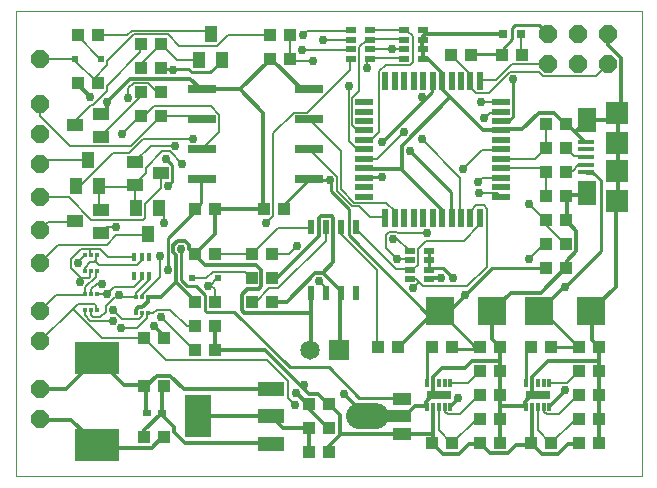
<source format=gtl>
G75*
%MOIN*%
%OFA0B0*%
%FSLAX25Y25*%
%IPPOS*%
%LPD*%
%AMOC8*
5,1,8,0,0,1.08239X$1,22.5*
%
%ADD10C,0.00000*%
%ADD11R,0.04331X0.03937*%
%ADD12C,0.06500*%
%ADD13R,0.06500X0.06500*%
%ADD14R,0.09449X0.09449*%
%ADD15R,0.14961X0.11024*%
%ADD16R,0.02756X0.01969*%
%ADD17R,0.02362X0.02362*%
%ADD18R,0.01575X0.03150*%
%ADD19R,0.05906X0.01969*%
%ADD20R,0.01969X0.05906*%
%ADD21OC8,0.06000*%
%ADD22R,0.03937X0.05512*%
%ADD23R,0.05512X0.03937*%
%ADD24R,0.01181X0.01772*%
%ADD25R,0.08799X0.04799*%
%ADD26R,0.08661X0.14173*%
%ADD27R,0.03937X0.04331*%
%ADD28R,0.03543X0.01969*%
%ADD29R,0.09252X0.02559*%
%ADD30R,0.01181X0.02756*%
%ADD31R,0.08189X0.03150*%
%ADD32R,0.02362X0.04724*%
%ADD33R,0.05906X0.03937*%
%ADD34R,0.07874X0.03937*%
%ADD35C,0.08661*%
%ADD36R,0.03150X0.03150*%
%ADD37R,0.07480X0.07480*%
%ADD38R,0.06299X0.08268*%
%ADD39R,0.05315X0.01575*%
%ADD40C,0.00600*%
%ADD41C,0.02978*%
%ADD42C,0.01200*%
%ADD43C,0.01000*%
D10*
X0001000Y0001000D02*
X0001000Y0155961D01*
X0209701Y0155961D01*
X0209701Y0001000D01*
X0001000Y0001000D01*
D11*
X0060654Y0059000D03*
X0067346Y0059000D03*
X0067346Y0075000D03*
X0060654Y0075000D03*
X0060654Y0090000D03*
X0067346Y0090000D03*
X0083654Y0090000D03*
X0090346Y0090000D03*
X0139654Y0044000D03*
X0146346Y0044000D03*
X0155654Y0044000D03*
X0162346Y0044000D03*
X0162346Y0036000D03*
X0155654Y0036000D03*
X0155654Y0028000D03*
X0162346Y0028000D03*
X0162346Y0012000D03*
X0155654Y0012000D03*
X0188654Y0012000D03*
X0195346Y0012000D03*
X0195346Y0028000D03*
X0188654Y0028000D03*
X0188654Y0036000D03*
X0195346Y0036000D03*
X0195346Y0044000D03*
X0188654Y0044000D03*
X0179346Y0044000D03*
X0172654Y0044000D03*
X0177654Y0070500D03*
X0184346Y0070500D03*
X0105346Y0025000D03*
X0098654Y0025000D03*
X0098654Y0017000D03*
X0105346Y0017000D03*
X0105346Y0009000D03*
X0098654Y0009000D03*
D12*
X0099079Y0043000D03*
D13*
X0108921Y0043000D03*
D14*
X0142339Y0056000D03*
X0159661Y0056000D03*
X0175339Y0056000D03*
X0192661Y0056000D03*
D15*
X0028000Y0040567D03*
X0028000Y0011433D03*
D16*
X0044638Y0022000D03*
X0049756Y0022000D03*
D17*
X0059669Y0067000D03*
X0068331Y0067000D03*
X0029331Y0140000D03*
X0020669Y0140000D03*
D18*
X0040441Y0074150D03*
X0043000Y0074150D03*
X0045559Y0074150D03*
X0045559Y0067850D03*
X0043000Y0067850D03*
X0040441Y0067850D03*
D19*
X0117165Y0094252D03*
X0117165Y0097402D03*
X0117165Y0100551D03*
X0117165Y0103701D03*
X0117165Y0106850D03*
X0117165Y0110000D03*
X0117165Y0113150D03*
X0117165Y0116299D03*
X0117165Y0119449D03*
X0117165Y0122598D03*
X0117165Y0125748D03*
X0162835Y0125748D03*
X0162835Y0122598D03*
X0162835Y0119449D03*
X0162835Y0116299D03*
X0162835Y0113150D03*
X0162835Y0110000D03*
X0162835Y0106850D03*
X0162835Y0103701D03*
X0162835Y0100551D03*
X0162835Y0097402D03*
X0162835Y0094252D03*
D20*
X0155748Y0087165D03*
X0152598Y0087165D03*
X0149449Y0087165D03*
X0146299Y0087165D03*
X0143150Y0087165D03*
X0140000Y0087165D03*
X0136850Y0087165D03*
X0133701Y0087165D03*
X0130551Y0087165D03*
X0127402Y0087165D03*
X0124252Y0087165D03*
X0124252Y0132835D03*
X0127402Y0132835D03*
X0130551Y0132835D03*
X0133701Y0132835D03*
X0136850Y0132835D03*
X0140000Y0132835D03*
X0143150Y0132835D03*
X0146299Y0132835D03*
X0149449Y0132835D03*
X0152598Y0132835D03*
X0155748Y0132835D03*
D21*
X0178500Y0138500D03*
X0188500Y0138500D03*
X0198500Y0138500D03*
X0198500Y0148500D03*
X0188500Y0148500D03*
X0178500Y0148500D03*
X0009000Y0140000D03*
X0009000Y0125000D03*
X0009000Y0115000D03*
X0009000Y0105000D03*
X0009000Y0094000D03*
X0009000Y0083000D03*
X0009000Y0072000D03*
X0009000Y0056000D03*
X0009000Y0046000D03*
X0009000Y0030000D03*
X0009000Y0020000D03*
D22*
X0045000Y0081669D03*
X0041260Y0090331D03*
X0048740Y0090331D03*
X0028740Y0097669D03*
X0021260Y0097669D03*
X0025000Y0106331D03*
X0062260Y0139669D03*
X0069740Y0139669D03*
X0066000Y0148331D03*
D23*
X0029331Y0121740D03*
X0020669Y0118000D03*
X0029331Y0114260D03*
X0040669Y0105740D03*
X0049331Y0102000D03*
X0040669Y0098260D03*
X0029331Y0089740D03*
X0029331Y0082260D03*
X0020669Y0086000D03*
D24*
X0024031Y0074657D03*
X0026000Y0074657D03*
X0027969Y0074657D03*
X0027969Y0069343D03*
X0026000Y0069343D03*
X0024031Y0069343D03*
X0024031Y0061657D03*
X0026000Y0061657D03*
X0027969Y0061657D03*
X0027969Y0056343D03*
X0026000Y0056343D03*
X0024031Y0056343D03*
X0041031Y0055343D03*
X0043000Y0055343D03*
X0044969Y0055343D03*
X0044969Y0060657D03*
X0043000Y0060657D03*
X0041031Y0060657D03*
D25*
X0086201Y0030098D03*
X0086201Y0021000D03*
X0086201Y0011902D03*
D26*
X0061799Y0021000D03*
D27*
X0050346Y0014000D03*
X0043654Y0014000D03*
X0043654Y0031000D03*
X0050346Y0031000D03*
X0060654Y0043000D03*
X0067346Y0043000D03*
X0067346Y0051000D03*
X0060654Y0051000D03*
X0050346Y0047000D03*
X0043654Y0047000D03*
X0079654Y0059000D03*
X0086346Y0059000D03*
X0086346Y0067000D03*
X0079654Y0067000D03*
X0079654Y0075000D03*
X0086346Y0075000D03*
X0121654Y0044000D03*
X0128346Y0044000D03*
X0155654Y0020000D03*
X0162346Y0020000D03*
X0172654Y0012000D03*
X0179346Y0012000D03*
X0188654Y0020000D03*
X0195346Y0020000D03*
X0146346Y0012000D03*
X0139654Y0012000D03*
X0177654Y0078500D03*
X0184346Y0078500D03*
X0184346Y0086500D03*
X0177654Y0086500D03*
X0177654Y0094500D03*
X0184346Y0094500D03*
X0184346Y0102500D03*
X0177654Y0102500D03*
X0177654Y0110500D03*
X0184346Y0110500D03*
X0184346Y0118500D03*
X0177654Y0118500D03*
X0169846Y0141500D03*
X0163154Y0141500D03*
X0152846Y0141500D03*
X0146154Y0141500D03*
X0092346Y0140000D03*
X0085654Y0140000D03*
X0085654Y0148000D03*
X0092346Y0148000D03*
X0049346Y0145000D03*
X0042654Y0145000D03*
X0042654Y0137000D03*
X0049346Y0137000D03*
X0049346Y0129000D03*
X0042654Y0129000D03*
X0042654Y0121000D03*
X0049346Y0121000D03*
X0028346Y0132000D03*
X0021654Y0132000D03*
X0021654Y0148000D03*
X0028346Y0148000D03*
D28*
X0112850Y0146575D03*
X0112850Y0149724D03*
X0119150Y0149724D03*
X0119150Y0146575D03*
X0119150Y0143425D03*
X0119150Y0140276D03*
X0112850Y0140276D03*
X0112850Y0143425D03*
X0130350Y0143425D03*
X0130350Y0140276D03*
X0136650Y0140276D03*
X0136650Y0143425D03*
X0136650Y0146575D03*
X0136650Y0149724D03*
X0130350Y0149724D03*
X0130350Y0146575D03*
X0132350Y0076224D03*
X0132350Y0073075D03*
X0132350Y0069925D03*
X0132350Y0066776D03*
X0138650Y0066776D03*
X0138650Y0069925D03*
X0138650Y0073075D03*
X0138650Y0076224D03*
D29*
X0098803Y0100000D03*
X0098803Y0110000D03*
X0098803Y0120000D03*
X0098803Y0130000D03*
X0062976Y0130000D03*
X0062976Y0120000D03*
X0062976Y0110000D03*
X0062976Y0100000D03*
D30*
X0138063Y0031988D03*
X0140031Y0031988D03*
X0142000Y0031988D03*
X0143969Y0031988D03*
X0145937Y0031988D03*
X0145937Y0024193D03*
X0143969Y0024193D03*
X0142000Y0024193D03*
X0140031Y0024193D03*
X0138063Y0024193D03*
X0171063Y0024193D03*
X0173031Y0024193D03*
X0175000Y0024193D03*
X0176969Y0024193D03*
X0178937Y0024193D03*
X0178937Y0031988D03*
X0176969Y0031988D03*
X0175000Y0031988D03*
X0173031Y0031988D03*
X0171063Y0031988D03*
D31*
X0175000Y0028110D03*
X0142000Y0028110D03*
D32*
X0114500Y0061976D03*
X0109500Y0061976D03*
X0104500Y0061976D03*
X0099500Y0061976D03*
X0099500Y0084024D03*
X0104500Y0084024D03*
X0109500Y0084024D03*
X0114500Y0084024D03*
D33*
X0129799Y0026902D03*
X0129799Y0015098D03*
D34*
X0128799Y0021000D03*
D35*
X0121252Y0021000D02*
X0121252Y0021000D01*
X0115346Y0021000D01*
X0115346Y0021000D01*
X0121252Y0021000D01*
D36*
X0163547Y0148500D03*
X0169453Y0148500D03*
D37*
X0201500Y0122264D03*
X0201500Y0112224D03*
X0201500Y0102776D03*
X0201500Y0092736D03*
D38*
X0191461Y0095295D03*
X0191461Y0119705D03*
D39*
X0190969Y0112618D03*
X0190969Y0110059D03*
X0190969Y0107500D03*
X0190969Y0104941D03*
X0190969Y0102382D03*
D40*
X0190375Y0104750D02*
X0188500Y0104750D01*
X0186625Y0102875D01*
X0184750Y0102875D01*
X0184346Y0102500D01*
X0190375Y0104750D02*
X0190969Y0104941D01*
X0190969Y0107500D02*
X0190375Y0107875D01*
X0187250Y0107875D01*
X0184750Y0110375D01*
X0184346Y0110500D01*
X0177875Y0111000D02*
X0177654Y0110500D01*
X0174004Y0106850D01*
X0162835Y0106850D01*
X0162700Y0109900D02*
X0162835Y0110000D01*
X0162700Y0109900D02*
X0156400Y0109900D01*
X0150100Y0103600D01*
X0149200Y0100600D02*
X0136300Y0113500D01*
X0130600Y0115900D02*
X0121600Y0106900D01*
X0117400Y0106900D01*
X0117165Y0106850D01*
X0117165Y0110000D02*
X0117100Y0110200D01*
X0114700Y0110200D01*
X0112000Y0112900D01*
X0112000Y0131200D01*
X0115600Y0129400D02*
X0113200Y0127000D01*
X0113200Y0118000D01*
X0114700Y0116500D01*
X0117100Y0116500D01*
X0117165Y0116299D01*
X0117400Y0113200D02*
X0117165Y0113150D01*
X0117400Y0113200D02*
X0119500Y0113200D01*
X0122200Y0115900D01*
X0122200Y0136000D01*
X0124300Y0138100D01*
X0132400Y0138100D01*
X0133300Y0139000D01*
X0133300Y0147700D01*
X0131500Y0149500D01*
X0130600Y0149500D01*
X0130350Y0149724D01*
X0130300Y0149800D01*
X0119200Y0149800D01*
X0119150Y0149724D01*
X0119200Y0146800D02*
X0119150Y0146575D01*
X0118900Y0146500D01*
X0118000Y0146500D01*
X0115600Y0144100D01*
X0115600Y0129400D01*
X0112600Y0136600D02*
X0098200Y0122200D01*
X0093700Y0122200D01*
X0086800Y0115300D01*
X0086800Y0087700D01*
X0084400Y0085300D01*
X0088600Y0083800D02*
X0079900Y0075100D01*
X0079654Y0075000D01*
X0079600Y0075100D01*
X0067600Y0075100D01*
X0067346Y0075000D01*
X0066700Y0069100D02*
X0077500Y0069100D01*
X0079600Y0067000D01*
X0079654Y0067000D01*
X0085600Y0063700D02*
X0088600Y0063700D01*
X0104500Y0079600D01*
X0104500Y0084024D01*
X0109500Y0084024D02*
X0109600Y0083800D01*
X0109600Y0081700D01*
X0121600Y0069700D01*
X0121600Y0044200D01*
X0121654Y0044000D01*
X0145937Y0031988D02*
X0146200Y0032200D01*
X0151900Y0032200D01*
X0155500Y0035800D01*
X0155654Y0036000D01*
X0155654Y0028000D02*
X0155500Y0028000D01*
X0149200Y0021700D01*
X0145000Y0021700D01*
X0144100Y0022600D01*
X0144100Y0024100D01*
X0143969Y0024193D01*
X0142000Y0024193D02*
X0142000Y0016300D01*
X0146200Y0012100D01*
X0146346Y0012000D01*
X0146500Y0012100D01*
X0154300Y0019900D01*
X0155500Y0019900D01*
X0155654Y0020000D01*
X0175000Y0016300D02*
X0179200Y0012100D01*
X0179346Y0012000D01*
X0179500Y0012100D01*
X0187300Y0019900D01*
X0188500Y0019900D01*
X0188654Y0020000D01*
X0182200Y0021700D02*
X0188500Y0028000D01*
X0188654Y0028000D01*
X0184900Y0032200D02*
X0188500Y0035800D01*
X0188654Y0036000D01*
X0184900Y0032200D02*
X0179200Y0032200D01*
X0178937Y0031988D01*
X0176969Y0024193D02*
X0177100Y0024100D01*
X0177100Y0022600D01*
X0178000Y0021700D01*
X0182200Y0021700D01*
X0175000Y0024193D02*
X0175000Y0016300D01*
X0151600Y0064300D02*
X0136900Y0064300D01*
X0135550Y0065650D01*
X0133600Y0063700D01*
X0135550Y0065650D02*
X0134500Y0066700D01*
X0132400Y0066700D01*
X0132350Y0066776D01*
X0132350Y0069925D02*
X0132400Y0070000D01*
X0133600Y0070000D01*
X0135100Y0071500D01*
X0135100Y0076900D01*
X0137800Y0079600D01*
X0150400Y0079600D01*
X0155500Y0084700D01*
X0155500Y0087100D01*
X0155748Y0087165D01*
X0152800Y0087400D02*
X0152598Y0087165D01*
X0152800Y0087400D02*
X0152800Y0089500D01*
X0154600Y0091300D01*
X0157000Y0091300D01*
X0158200Y0090100D01*
X0158200Y0070900D01*
X0151600Y0064300D01*
X0132350Y0069925D02*
X0132100Y0070000D01*
X0127900Y0070000D01*
X0114700Y0083200D01*
X0114700Y0083800D01*
X0114500Y0084024D01*
X0119200Y0087400D02*
X0115600Y0091000D01*
X0113200Y0091000D01*
X0108100Y0096100D01*
X0108100Y0100900D01*
X0099100Y0109900D01*
X0098803Y0110000D01*
X0099100Y0119800D02*
X0109300Y0109600D01*
X0109300Y0096700D01*
X0113800Y0092200D01*
X0124600Y0092200D01*
X0127300Y0089500D01*
X0127300Y0087400D01*
X0127402Y0087165D01*
X0124252Y0087165D02*
X0124000Y0087400D01*
X0119200Y0087400D01*
X0124300Y0081400D02*
X0125500Y0082600D01*
X0127900Y0082600D01*
X0128500Y0082000D01*
X0138100Y0082000D01*
X0132350Y0076224D02*
X0132100Y0076300D01*
X0128200Y0080200D01*
X0126700Y0080200D01*
X0124300Y0081400D02*
X0124300Y0077200D01*
X0128200Y0073300D01*
X0132100Y0073300D01*
X0132350Y0073075D01*
X0149200Y0087400D02*
X0149449Y0087165D01*
X0149200Y0087400D02*
X0149200Y0100600D01*
X0155200Y0099100D02*
X0156400Y0100300D01*
X0162700Y0100300D01*
X0162835Y0100551D01*
X0162835Y0103701D02*
X0176453Y0103701D01*
X0177654Y0102500D01*
X0177875Y0102250D01*
X0177875Y0094750D01*
X0177654Y0094500D01*
X0172250Y0091625D02*
X0177250Y0086625D01*
X0177654Y0086500D01*
X0177875Y0086000D01*
X0177875Y0084750D01*
X0184125Y0078500D01*
X0184346Y0078500D01*
X0177654Y0078500D02*
X0177250Y0078500D01*
X0172250Y0073500D01*
X0162700Y0094000D02*
X0162835Y0094252D01*
X0161587Y0095500D01*
X0155300Y0095500D01*
X0177875Y0111000D02*
X0177875Y0118500D01*
X0177654Y0118500D01*
X0165100Y0122500D02*
X0163000Y0122500D01*
X0162835Y0122598D01*
X0162250Y0122250D01*
X0159125Y0122250D01*
X0157250Y0120375D01*
X0156000Y0125811D02*
X0162772Y0125811D01*
X0162835Y0125748D01*
X0163000Y0125500D01*
X0158800Y0128800D02*
X0165700Y0135700D01*
X0175600Y0135700D01*
X0176800Y0134500D01*
X0194500Y0134500D01*
X0198500Y0138500D01*
X0178500Y0138500D02*
X0178300Y0138400D01*
X0166600Y0138400D01*
X0161200Y0133000D01*
X0155800Y0133000D01*
X0155748Y0132835D01*
X0152800Y0132700D02*
X0152800Y0130300D01*
X0154300Y0128800D01*
X0158800Y0128800D01*
X0152800Y0132700D02*
X0152598Y0132835D01*
X0152500Y0133000D01*
X0152500Y0135100D01*
X0146200Y0141400D01*
X0146154Y0141500D01*
X0130350Y0140276D02*
X0130300Y0140500D01*
X0119200Y0140500D01*
X0119150Y0140276D01*
X0118900Y0140200D01*
X0118000Y0139300D01*
X0118000Y0137200D01*
X0112600Y0136600D02*
X0112600Y0140200D01*
X0112850Y0140276D01*
X0112600Y0143200D02*
X0112850Y0143425D01*
X0112600Y0143200D02*
X0096400Y0143200D01*
X0092800Y0140200D02*
X0092346Y0140000D01*
X0092500Y0140200D01*
X0092500Y0148000D01*
X0092346Y0148000D01*
X0096700Y0148000D02*
X0098200Y0149500D01*
X0112600Y0149500D01*
X0112850Y0149724D01*
X0112850Y0146575D02*
X0112600Y0146500D01*
X0103300Y0146500D01*
X0100000Y0139300D02*
X0093700Y0139300D01*
X0092800Y0140200D01*
X0085654Y0148000D02*
X0071800Y0148000D01*
X0068200Y0144400D01*
X0055600Y0144400D01*
X0051700Y0148300D01*
X0040300Y0148300D01*
X0031600Y0139600D01*
X0031600Y0138100D01*
X0027100Y0133600D01*
X0028346Y0132000D01*
X0028300Y0132100D01*
X0020500Y0139900D01*
X0020669Y0140000D01*
X0020500Y0140200D01*
X0009100Y0140200D01*
X0009000Y0140000D01*
X0021400Y0148000D02*
X0021654Y0148000D01*
X0021400Y0148000D02*
X0029200Y0140200D01*
X0029331Y0140000D01*
X0028346Y0148000D02*
X0038200Y0148000D01*
X0039700Y0149500D01*
X0064900Y0149500D01*
X0065800Y0148600D01*
X0066000Y0148331D01*
X0062200Y0139900D02*
X0054700Y0139900D01*
X0049600Y0145000D01*
X0049346Y0145000D01*
X0049300Y0145000D01*
X0042700Y0138400D01*
X0042700Y0137200D01*
X0042654Y0137000D01*
X0040300Y0132100D02*
X0038500Y0130300D01*
X0038500Y0127000D01*
X0042400Y0127300D02*
X0042400Y0128800D01*
X0042654Y0129000D01*
X0042400Y0127300D02*
X0029500Y0114400D01*
X0029331Y0114260D01*
X0033400Y0108700D02*
X0022600Y0097900D01*
X0021400Y0097900D01*
X0021260Y0097669D01*
X0018700Y0094000D02*
X0009000Y0094000D01*
X0018700Y0094000D02*
X0026200Y0086500D01*
X0043600Y0086500D01*
X0044200Y0087100D01*
X0044200Y0091900D01*
X0049300Y0097000D01*
X0049300Y0101800D01*
X0049331Y0102000D01*
X0044500Y0102100D02*
X0040900Y0098500D01*
X0040669Y0098260D01*
X0040900Y0097600D01*
X0029200Y0097600D01*
X0028740Y0097669D01*
X0028900Y0097600D01*
X0028900Y0090100D01*
X0029200Y0089800D01*
X0029331Y0089740D01*
X0031300Y0084100D02*
X0029500Y0082300D01*
X0029331Y0082260D01*
X0031300Y0084100D02*
X0034300Y0084100D01*
X0034600Y0081400D02*
X0031300Y0078100D01*
X0015100Y0078100D01*
X0009000Y0072000D01*
X0019300Y0073300D02*
X0019300Y0070600D01*
X0022450Y0067450D01*
X0022300Y0067300D01*
X0022300Y0065800D01*
X0022900Y0067000D02*
X0022450Y0067450D01*
X0022900Y0067000D02*
X0025300Y0067000D01*
X0025900Y0067600D01*
X0025900Y0069100D01*
X0026000Y0069343D01*
X0027700Y0069100D02*
X0027700Y0067600D01*
X0024100Y0064000D01*
X0024100Y0061900D01*
X0024031Y0061657D01*
X0023800Y0061600D01*
X0014500Y0061600D01*
X0009100Y0056200D01*
X0009000Y0056000D01*
X0009100Y0046000D02*
X0020050Y0056950D01*
X0029800Y0047200D01*
X0043600Y0047200D01*
X0043654Y0047000D01*
X0044125Y0046625D01*
X0051000Y0039750D01*
X0084750Y0039750D01*
X0091625Y0032875D01*
X0091625Y0027250D01*
X0094125Y0024750D01*
X0060654Y0043000D02*
X0060400Y0043000D01*
X0049300Y0054100D01*
X0048100Y0056500D02*
X0052600Y0056500D01*
X0058000Y0051100D01*
X0060400Y0051100D01*
X0060654Y0051000D01*
X0067346Y0059000D02*
X0067300Y0059200D01*
X0067300Y0063400D01*
X0066100Y0064600D01*
X0065200Y0064600D01*
X0065800Y0064600D01*
X0068200Y0067000D01*
X0068331Y0067000D01*
X0066700Y0069100D02*
X0064600Y0067000D01*
X0059669Y0067000D01*
X0049000Y0067600D02*
X0049000Y0074500D01*
X0043000Y0074150D02*
X0043000Y0073000D01*
X0041500Y0071500D01*
X0028900Y0071500D01*
X0027550Y0072850D01*
X0027100Y0072400D01*
X0025900Y0072400D01*
X0024100Y0070600D01*
X0024100Y0069400D01*
X0024031Y0069343D01*
X0021700Y0072100D02*
X0021700Y0072400D01*
X0023800Y0074500D01*
X0024031Y0074657D01*
X0025900Y0074800D02*
X0025900Y0076300D01*
X0025450Y0076750D01*
X0025600Y0076900D01*
X0029200Y0076900D01*
X0031900Y0074200D01*
X0040300Y0074200D01*
X0040441Y0074150D01*
X0043000Y0067850D02*
X0043000Y0066700D01*
X0040300Y0064000D01*
X0033700Y0064000D01*
X0031600Y0061900D01*
X0028000Y0061900D01*
X0027969Y0061657D01*
X0026200Y0061900D02*
X0026200Y0063400D01*
X0028000Y0065200D01*
X0029800Y0065200D01*
X0027700Y0069100D02*
X0027969Y0069343D01*
X0027550Y0072850D02*
X0027700Y0073000D01*
X0027700Y0074500D01*
X0027969Y0074657D01*
X0026000Y0074657D02*
X0025900Y0074800D01*
X0025450Y0076750D02*
X0025300Y0076900D01*
X0022900Y0076900D01*
X0019300Y0073300D01*
X0009000Y0083000D02*
X0009100Y0083200D01*
X0011800Y0085900D01*
X0020500Y0085900D01*
X0020669Y0086000D01*
X0034600Y0081400D02*
X0044800Y0081400D01*
X0045000Y0081669D01*
X0050500Y0085300D02*
X0050500Y0088600D01*
X0049000Y0090100D01*
X0048740Y0090331D01*
X0041260Y0090331D02*
X0041200Y0090400D01*
X0040900Y0090700D01*
X0040900Y0097600D01*
X0040900Y0098200D01*
X0040669Y0098260D01*
X0044500Y0102100D02*
X0044500Y0103900D01*
X0049900Y0109300D01*
X0052300Y0109300D01*
X0056500Y0105100D01*
X0062976Y0110000D02*
X0063100Y0110200D01*
X0068800Y0115900D01*
X0068800Y0121600D01*
X0066100Y0124300D01*
X0047200Y0124300D01*
X0043900Y0121000D01*
X0042654Y0121000D01*
X0042400Y0121000D01*
X0036400Y0115000D01*
X0039400Y0111100D02*
X0049300Y0121000D01*
X0049346Y0121000D01*
X0061900Y0121000D01*
X0062800Y0120100D01*
X0062976Y0120000D01*
X0060100Y0113500D02*
X0043600Y0113500D01*
X0038800Y0108700D01*
X0033400Y0108700D01*
X0039400Y0111100D02*
X0019000Y0111100D01*
X0009100Y0121000D01*
X0009100Y0124900D01*
X0009000Y0125000D01*
X0020800Y0119500D02*
X0020800Y0118000D01*
X0020669Y0118000D01*
X0020800Y0119500D02*
X0026200Y0124900D01*
X0026800Y0124900D01*
X0031300Y0129400D01*
X0031300Y0131200D01*
X0042400Y0142300D01*
X0042400Y0145000D01*
X0042654Y0145000D01*
X0040300Y0132100D02*
X0045100Y0132100D01*
X0048100Y0129100D01*
X0049300Y0129100D01*
X0049346Y0129000D01*
X0062260Y0139669D02*
X0062200Y0139900D01*
X0098803Y0120000D02*
X0099100Y0119800D01*
X0119150Y0143425D02*
X0119200Y0143500D01*
X0126400Y0143500D01*
X0130300Y0143500D01*
X0130350Y0143425D01*
X0130350Y0146575D02*
X0130300Y0146800D01*
X0119200Y0146800D01*
X0169453Y0148500D02*
X0169600Y0148300D01*
X0169600Y0141700D01*
X0169846Y0141500D01*
X0099500Y0084024D02*
X0099400Y0083800D01*
X0088600Y0083800D01*
X0094900Y0077800D02*
X0092200Y0075100D01*
X0086500Y0075100D01*
X0086346Y0075000D01*
X0085600Y0063700D02*
X0081100Y0059200D01*
X0079900Y0059200D01*
X0079654Y0059000D01*
X0102100Y0066100D02*
X0104500Y0063700D01*
X0104500Y0061976D01*
X0049000Y0067600D02*
X0043000Y0061600D01*
X0043000Y0060657D01*
X0041200Y0061000D02*
X0041200Y0062200D01*
X0045400Y0066400D01*
X0045400Y0067600D01*
X0045559Y0067850D01*
X0041200Y0061000D02*
X0041031Y0060657D01*
X0040900Y0060700D01*
X0035500Y0060700D01*
X0035500Y0061600D01*
X0035500Y0060700D02*
X0034000Y0060700D01*
X0031000Y0057700D01*
X0031000Y0055900D01*
X0029200Y0054100D01*
X0026800Y0054100D01*
X0026200Y0054700D01*
X0026200Y0056200D01*
X0026000Y0056343D01*
X0027700Y0056500D02*
X0027700Y0058000D01*
X0027100Y0058600D01*
X0021700Y0058600D01*
X0020050Y0056950D01*
X0024031Y0056343D02*
X0024100Y0056200D01*
X0024100Y0054700D01*
X0025900Y0052900D01*
X0033400Y0052900D01*
X0036100Y0050500D02*
X0041500Y0050500D01*
X0044800Y0053800D01*
X0044800Y0055000D01*
X0044969Y0055343D01*
X0045100Y0055300D01*
X0046900Y0055300D01*
X0048100Y0056500D01*
X0043000Y0055343D02*
X0043000Y0054400D01*
X0042100Y0053500D01*
X0036400Y0053500D01*
X0033400Y0056500D01*
X0027969Y0056343D02*
X0027700Y0056500D01*
X0026000Y0061657D02*
X0026200Y0061900D01*
X0009100Y0046000D02*
X0009000Y0046000D01*
X0009000Y0105000D02*
X0010300Y0106300D01*
X0025000Y0106300D01*
X0025000Y0106331D01*
X0040669Y0105740D02*
X0040900Y0106000D01*
X0046000Y0111100D01*
X0054100Y0111100D01*
D41*
X0054100Y0111100D03*
X0051100Y0106900D03*
X0056500Y0105100D03*
X0051700Y0097900D03*
X0050500Y0085300D03*
X0056200Y0076900D03*
X0049000Y0074500D03*
X0051700Y0069700D03*
X0065200Y0064600D03*
X0049300Y0054100D03*
X0047200Y0051100D03*
X0036100Y0050500D03*
X0033400Y0052900D03*
X0033400Y0056500D03*
X0035500Y0061600D03*
X0031600Y0061900D03*
X0029800Y0065200D03*
X0022300Y0065800D03*
X0021700Y0072100D03*
X0034300Y0084100D03*
X0060100Y0113500D03*
X0038500Y0127000D03*
X0031300Y0125800D03*
X0025900Y0127600D03*
X0036400Y0115000D03*
X0053500Y0136600D03*
X0096400Y0143200D03*
X0100000Y0139300D03*
X0103300Y0146500D03*
X0096700Y0148000D03*
X0112000Y0131200D03*
X0118000Y0137200D03*
X0126400Y0143500D03*
X0136600Y0127600D03*
X0130600Y0115900D03*
X0136300Y0113500D03*
X0132400Y0109600D03*
X0123100Y0112300D03*
X0123200Y0100800D03*
X0105700Y0099700D03*
X0084400Y0085300D03*
X0094900Y0077800D03*
X0102100Y0066100D03*
X0126700Y0080200D03*
X0128200Y0073300D03*
X0138100Y0082000D03*
X0142875Y0067250D03*
X0146625Y0067250D03*
X0150688Y0061312D03*
X0133600Y0063700D03*
X0172250Y0073500D03*
X0184125Y0064125D03*
X0172250Y0091625D03*
X0155300Y0095500D03*
X0155200Y0099100D03*
X0150100Y0103600D03*
X0157250Y0120375D03*
X0156000Y0125811D03*
X0166900Y0133300D03*
X0097000Y0031300D03*
X0094300Y0028900D03*
X0094125Y0024750D03*
X0110375Y0028500D03*
X0148500Y0027250D03*
X0184125Y0029750D03*
D42*
X0175000Y0028110D02*
X0173200Y0028300D01*
X0173200Y0031900D01*
X0173031Y0031988D01*
X0173200Y0032500D01*
X0173200Y0034000D01*
X0178600Y0039400D01*
X0195400Y0039400D01*
X0195400Y0043900D01*
X0195346Y0044000D01*
X0195100Y0044500D01*
X0193000Y0046600D01*
X0193000Y0055600D01*
X0192661Y0056000D01*
X0192875Y0056000D01*
X0201000Y0064125D01*
X0201000Y0092250D01*
X0201500Y0092736D01*
X0201625Y0092875D01*
X0201625Y0102250D01*
X0201500Y0102776D01*
X0201625Y0102875D01*
X0201625Y0111625D01*
X0201500Y0112224D01*
X0201625Y0112250D01*
X0201625Y0119750D01*
X0201500Y0122264D01*
X0201625Y0122875D01*
X0202875Y0124125D01*
X0202875Y0140375D01*
X0198500Y0144750D01*
X0198500Y0148500D01*
X0201500Y0122264D02*
X0201625Y0122250D01*
X0201625Y0119750D01*
X0191625Y0119750D01*
X0191461Y0119705D01*
X0191000Y0119125D01*
X0187562Y0115687D01*
X0184750Y0118500D01*
X0184346Y0118500D01*
X0184125Y0118500D01*
X0180375Y0122250D01*
X0175375Y0122250D01*
X0169750Y0116625D01*
X0162875Y0116625D01*
X0162835Y0116299D01*
X0162700Y0116500D01*
X0156700Y0116500D01*
X0145900Y0127300D01*
X0129700Y0111100D01*
X0129700Y0103900D01*
X0129400Y0103600D01*
X0142900Y0090100D01*
X0142900Y0087400D01*
X0143150Y0087165D01*
X0129400Y0103600D02*
X0117400Y0103600D01*
X0117165Y0103701D01*
X0106300Y0087700D02*
X0102700Y0087700D01*
X0102100Y0087100D01*
X0102100Y0081100D01*
X0088000Y0067000D01*
X0086346Y0067000D01*
X0082900Y0069700D02*
X0082900Y0064300D01*
X0082000Y0063400D01*
X0078100Y0063400D01*
X0076300Y0061600D01*
X0076300Y0056500D01*
X0077200Y0055600D01*
X0099400Y0055600D01*
X0099400Y0061900D01*
X0099500Y0061976D01*
X0099400Y0055600D02*
X0099400Y0043300D01*
X0099100Y0043000D01*
X0099079Y0043000D01*
X0108921Y0043000D02*
X0109000Y0043000D01*
X0109000Y0061900D01*
X0109500Y0061976D01*
X0109300Y0062200D01*
X0109300Y0062800D01*
X0103300Y0068800D01*
X0106900Y0072400D01*
X0106900Y0087100D01*
X0106300Y0087700D01*
X0083654Y0090000D02*
X0083500Y0090700D01*
X0083500Y0122200D01*
X0075700Y0130000D01*
X0085300Y0139600D01*
X0085654Y0140000D01*
X0085900Y0139900D01*
X0086500Y0139900D01*
X0096400Y0130000D01*
X0098803Y0130000D01*
X0075700Y0130000D02*
X0062976Y0130000D01*
X0062500Y0130300D01*
X0059200Y0133600D01*
X0039100Y0133600D01*
X0031300Y0125800D01*
X0031300Y0123700D01*
X0029500Y0121900D01*
X0029331Y0121740D01*
X0025900Y0127600D02*
X0021700Y0131800D01*
X0021654Y0132000D01*
X0067346Y0090000D02*
X0067346Y0081693D01*
X0060654Y0075000D01*
X0058889Y0076765D01*
X0058889Y0078014D01*
X0057314Y0079589D01*
X0055086Y0079589D01*
X0053511Y0078014D01*
X0053511Y0075786D01*
X0054500Y0074797D01*
X0054500Y0065696D01*
X0049462Y0060657D01*
X0044969Y0060657D01*
X0044969Y0059280D01*
X0043117Y0057428D01*
X0041912Y0057428D01*
X0041031Y0056547D01*
X0041031Y0055343D01*
X0054500Y0065696D02*
X0060654Y0059542D01*
X0060654Y0059000D01*
X0067346Y0051000D02*
X0067300Y0050800D01*
X0067300Y0043000D01*
X0067346Y0043000D01*
X0084100Y0043000D01*
X0096400Y0030700D01*
X0097000Y0031300D01*
X0096400Y0030700D02*
X0098800Y0028300D01*
X0101800Y0028300D01*
X0104800Y0025300D01*
X0105346Y0025000D01*
X0105400Y0025000D01*
X0109000Y0021400D01*
X0109000Y0014800D01*
X0109300Y0015100D01*
X0129400Y0015100D01*
X0129799Y0015098D01*
X0130000Y0015100D01*
X0140200Y0015100D01*
X0140200Y0024100D01*
X0140031Y0024193D01*
X0138063Y0024193D02*
X0137800Y0024400D01*
X0134200Y0024400D01*
X0130900Y0021100D01*
X0129400Y0021100D01*
X0128799Y0021000D01*
X0128500Y0021100D01*
X0118300Y0021100D01*
X0118299Y0021000D01*
X0117875Y0021000D01*
X0110375Y0028500D01*
X0098800Y0025000D02*
X0098800Y0023500D01*
X0105100Y0017200D01*
X0105346Y0017000D01*
X0109000Y0014800D02*
X0105400Y0011200D01*
X0105400Y0009100D01*
X0105346Y0009000D01*
X0098800Y0009100D02*
X0098654Y0009000D01*
X0098800Y0009100D02*
X0098800Y0016900D01*
X0098654Y0017000D01*
X0098200Y0017200D01*
X0090100Y0017200D01*
X0086500Y0020800D01*
X0086201Y0021000D01*
X0085600Y0021100D01*
X0061900Y0021100D01*
X0061799Y0021000D01*
X0053800Y0017500D02*
X0053800Y0015700D01*
X0057400Y0012100D01*
X0086200Y0012100D01*
X0086201Y0011902D01*
X0098200Y0025300D02*
X0098654Y0025000D01*
X0098800Y0025000D01*
X0098200Y0025300D02*
X0094600Y0028900D01*
X0094300Y0028900D01*
X0086201Y0030098D02*
X0086200Y0030100D01*
X0057100Y0030100D01*
X0052600Y0034600D01*
X0048100Y0034600D01*
X0044500Y0031000D01*
X0043654Y0031000D01*
X0043300Y0031300D01*
X0037000Y0031300D01*
X0028000Y0040300D01*
X0028000Y0040567D01*
X0027700Y0040000D01*
X0017800Y0030100D01*
X0009100Y0030100D01*
X0009000Y0030000D01*
X0009000Y0020000D02*
X0009100Y0019900D01*
X0019600Y0019900D01*
X0027700Y0011800D01*
X0028000Y0011433D01*
X0028000Y0011200D01*
X0028600Y0010600D01*
X0046300Y0010600D01*
X0049600Y0013900D01*
X0050200Y0013900D01*
X0050346Y0014000D01*
X0053800Y0017500D02*
X0049900Y0021400D01*
X0049756Y0022000D01*
X0049300Y0021700D01*
X0043900Y0016300D01*
X0043900Y0014200D01*
X0043654Y0014000D01*
X0044500Y0022000D02*
X0044638Y0022000D01*
X0044500Y0022000D02*
X0044500Y0030400D01*
X0043900Y0031000D01*
X0043654Y0031000D01*
X0049900Y0030700D02*
X0050200Y0031000D01*
X0050346Y0031000D01*
X0049900Y0030700D02*
X0049900Y0022000D01*
X0049756Y0022000D01*
X0086346Y0059000D02*
X0086500Y0059200D01*
X0091300Y0059200D01*
X0100900Y0068800D01*
X0103300Y0068800D01*
X0082900Y0069700D02*
X0081100Y0071500D01*
X0064000Y0071500D01*
X0061000Y0074500D01*
X0060654Y0075000D01*
X0067346Y0090000D02*
X0067900Y0090100D01*
X0083500Y0090100D01*
X0083654Y0090000D01*
X0138650Y0066776D02*
X0139125Y0067250D01*
X0142875Y0067250D01*
X0159661Y0056000D02*
X0159750Y0056000D01*
X0166000Y0062250D01*
X0176000Y0062250D01*
X0184125Y0070375D01*
X0184346Y0070500D01*
X0184750Y0071000D01*
X0184750Y0072875D01*
X0187875Y0076000D01*
X0187875Y0082875D01*
X0184750Y0086000D01*
X0184346Y0086500D01*
X0184750Y0086625D01*
X0184750Y0094125D01*
X0184346Y0094500D01*
X0184750Y0094750D01*
X0191000Y0094750D01*
X0191461Y0095295D01*
X0190969Y0112618D02*
X0190375Y0112875D01*
X0187562Y0115687D01*
X0145900Y0127300D02*
X0143500Y0129700D01*
X0143500Y0132400D01*
X0143150Y0132835D01*
X0142900Y0133300D01*
X0142900Y0135700D01*
X0138100Y0140500D01*
X0137500Y0140500D01*
X0136650Y0140276D01*
X0136900Y0140500D01*
X0136900Y0143200D01*
X0136650Y0143425D01*
X0136600Y0143800D01*
X0136600Y0146200D01*
X0136650Y0146575D01*
X0136900Y0146800D01*
X0136900Y0147700D01*
X0137800Y0148600D01*
X0136900Y0149500D01*
X0136650Y0149724D01*
X0137800Y0148600D02*
X0163300Y0148600D01*
X0163547Y0148500D01*
X0159661Y0056000D02*
X0159700Y0055900D01*
X0159700Y0046900D01*
X0162100Y0044500D01*
X0162346Y0044000D01*
X0162400Y0043900D01*
X0162400Y0039400D01*
X0153100Y0039400D01*
X0150700Y0037000D01*
X0143200Y0037000D01*
X0140200Y0034000D01*
X0140200Y0032500D01*
X0140031Y0031988D01*
X0140200Y0031900D01*
X0140200Y0028300D01*
X0142000Y0028110D01*
X0142000Y0028000D01*
X0139900Y0028000D01*
X0137800Y0025900D01*
X0137800Y0024400D01*
X0140200Y0015100D02*
X0140200Y0012400D01*
X0139900Y0012100D01*
X0139654Y0012000D01*
X0140200Y0011800D01*
X0143500Y0008500D01*
X0148900Y0008500D01*
X0152200Y0011800D01*
X0155500Y0011800D01*
X0155654Y0012000D01*
X0156100Y0011800D01*
X0159100Y0008800D01*
X0165100Y0008800D01*
X0167800Y0011500D01*
X0172300Y0011500D01*
X0172654Y0012000D01*
X0173200Y0011800D01*
X0176500Y0008500D01*
X0181900Y0008500D01*
X0185200Y0011800D01*
X0188500Y0011800D01*
X0188654Y0012000D01*
X0195346Y0012000D02*
X0195400Y0012100D01*
X0195400Y0019900D01*
X0195346Y0020000D01*
X0195400Y0020500D01*
X0195400Y0028000D01*
X0195346Y0028000D01*
X0195400Y0028300D01*
X0195400Y0035800D01*
X0195346Y0036000D01*
X0195400Y0036400D01*
X0195400Y0039400D01*
X0175000Y0028110D02*
X0175000Y0028000D01*
X0172900Y0028000D01*
X0170800Y0025900D01*
X0170800Y0024400D01*
X0162400Y0024400D01*
X0162400Y0028000D01*
X0162346Y0028000D01*
X0162400Y0028300D01*
X0162400Y0035800D01*
X0162346Y0036000D01*
X0162400Y0036400D01*
X0162400Y0039400D01*
X0162400Y0024400D02*
X0162400Y0020500D01*
X0162346Y0020000D01*
X0162400Y0019900D01*
X0162400Y0012100D01*
X0162346Y0012000D01*
X0172654Y0012000D02*
X0172900Y0012100D01*
X0173200Y0012400D01*
X0173200Y0024100D01*
X0173031Y0024193D01*
X0171063Y0024193D02*
X0170800Y0024400D01*
D43*
X0178937Y0024193D02*
X0179125Y0024750D01*
X0184125Y0029750D01*
X0171063Y0031988D02*
X0171100Y0032200D01*
X0171100Y0042400D01*
X0172600Y0043900D01*
X0172654Y0044000D01*
X0179346Y0044000D02*
X0188400Y0044000D01*
X0188500Y0043900D01*
X0188654Y0044000D01*
X0188500Y0044125D01*
X0176625Y0056000D01*
X0175339Y0056000D01*
X0183464Y0064125D01*
X0184125Y0064125D01*
X0196000Y0076000D01*
X0196000Y0099750D01*
X0193500Y0102250D01*
X0191000Y0102250D01*
X0190969Y0102382D01*
X0166900Y0121000D02*
X0166900Y0133300D01*
X0163154Y0141500D02*
X0163300Y0142000D01*
X0163300Y0143500D01*
X0166600Y0146800D01*
X0166600Y0150400D01*
X0167500Y0151300D01*
X0175600Y0151300D01*
X0178300Y0148600D01*
X0178500Y0148500D01*
X0163154Y0141500D02*
X0163000Y0141700D01*
X0153100Y0141700D01*
X0152846Y0141500D01*
X0140000Y0132835D02*
X0139900Y0132700D01*
X0139900Y0129100D01*
X0137500Y0126700D01*
X0136600Y0127600D01*
X0137500Y0126700D02*
X0123100Y0112300D01*
X0132400Y0109600D02*
X0146200Y0095800D01*
X0146200Y0087400D01*
X0146299Y0087165D01*
X0138650Y0076224D02*
X0138700Y0076000D01*
X0138700Y0073300D01*
X0138650Y0073075D01*
X0138700Y0073000D01*
X0138700Y0070000D01*
X0138650Y0069925D01*
X0139125Y0070375D01*
X0143500Y0070375D01*
X0146625Y0067250D01*
X0150688Y0061312D02*
X0159750Y0070375D01*
X0177250Y0070375D01*
X0177654Y0070500D01*
X0176000Y0056000D02*
X0175339Y0056000D01*
X0155654Y0044000D02*
X0155375Y0043500D01*
X0154839Y0043500D01*
X0142339Y0056000D01*
X0146000Y0056000D01*
X0145375Y0056000D02*
X0142339Y0056000D01*
X0139125Y0054750D01*
X0128500Y0044125D01*
X0128346Y0044000D01*
X0138100Y0042400D02*
X0139600Y0043900D01*
X0139654Y0044000D01*
X0138100Y0042400D02*
X0138100Y0032200D01*
X0138063Y0031988D01*
X0129700Y0027100D02*
X0129799Y0026902D01*
X0129700Y0027100D02*
X0115600Y0027100D01*
X0105400Y0037300D01*
X0092500Y0037300D01*
X0073900Y0055900D01*
X0064600Y0055900D01*
X0064000Y0056500D01*
X0064000Y0061600D01*
X0061000Y0064600D01*
X0058000Y0064600D01*
X0056200Y0066400D01*
X0056200Y0076900D01*
X0051700Y0080500D02*
X0060700Y0089500D01*
X0060654Y0090000D01*
X0061000Y0090375D01*
X0062875Y0092250D01*
X0062875Y0099750D01*
X0062976Y0100000D01*
X0053200Y0099400D02*
X0051700Y0097900D01*
X0053200Y0099400D02*
X0053200Y0104800D01*
X0051100Y0106900D01*
X0051700Y0080500D02*
X0051700Y0069700D01*
X0047200Y0051100D02*
X0050200Y0048100D01*
X0050200Y0047200D01*
X0050346Y0047000D01*
X0090346Y0090000D02*
X0090400Y0090100D01*
X0090400Y0091600D01*
X0098800Y0100000D01*
X0098803Y0100000D01*
X0099100Y0099700D01*
X0105700Y0099700D01*
X0106000Y0099400D01*
X0106000Y0096100D01*
X0112000Y0090100D01*
X0112000Y0081400D01*
X0139600Y0053800D01*
X0142339Y0056000D01*
X0145375Y0056000D02*
X0150688Y0061312D01*
X0146000Y0044125D02*
X0146346Y0044000D01*
X0147250Y0043500D01*
X0154839Y0043500D01*
X0146625Y0043500D02*
X0146346Y0044000D01*
X0148500Y0027250D02*
X0146000Y0024750D01*
X0145937Y0024193D01*
X0123200Y0100800D02*
X0117414Y0100800D01*
X0117165Y0100551D01*
X0117100Y0100300D01*
X0162835Y0119449D02*
X0163000Y0119500D01*
X0165400Y0119500D01*
X0166900Y0121000D01*
X0069740Y0139669D02*
X0069700Y0139600D01*
X0065800Y0135700D01*
X0059800Y0135700D01*
X0058600Y0136900D01*
X0053500Y0136900D01*
X0053500Y0136600D01*
X0053500Y0136900D02*
X0049600Y0136900D01*
X0049346Y0137000D01*
M02*

</source>
